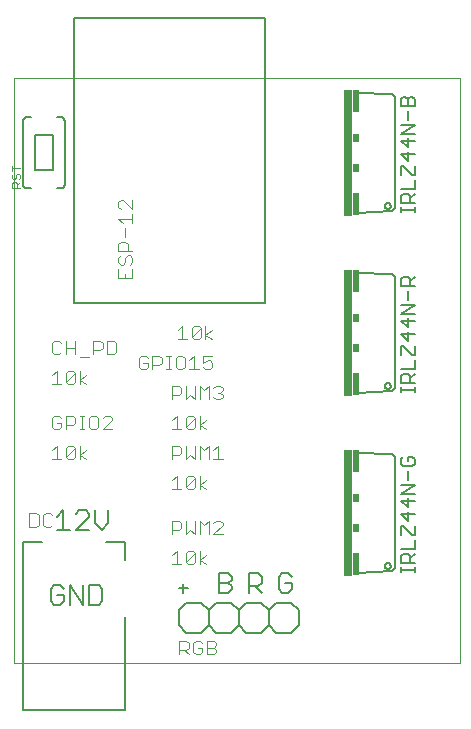
<source format=gto>
G75*
%MOIN*%
%OFA0B0*%
%FSLAX25Y25*%
%IPPOS*%
%LPD*%
%AMOC8*
5,1,8,0,0,1.08239X$1,22.5*
%
%ADD10C,0.00000*%
%ADD11C,0.00400*%
%ADD12C,0.00500*%
%ADD13C,0.00600*%
%ADD14R,0.03000X0.42000*%
%ADD15R,0.02000X0.07500*%
%ADD16R,0.02000X0.03000*%
%ADD17C,0.00800*%
%ADD18C,0.00200*%
D10*
X0002874Y0017345D02*
X0002874Y0212306D01*
X0151575Y0212306D01*
X0151575Y0017345D01*
X0002874Y0017345D01*
D11*
X0008074Y0062545D02*
X0010376Y0062545D01*
X0011143Y0063312D01*
X0011143Y0066381D01*
X0010376Y0067149D01*
X0008074Y0067149D01*
X0008074Y0062545D01*
X0012678Y0063312D02*
X0013445Y0062545D01*
X0014980Y0062545D01*
X0015747Y0063312D01*
X0015747Y0066381D02*
X0014980Y0067149D01*
X0013445Y0067149D01*
X0012678Y0066381D01*
X0012678Y0063312D01*
X0015574Y0085045D02*
X0018643Y0085045D01*
X0017109Y0085045D02*
X0017109Y0089649D01*
X0015574Y0088114D01*
X0020178Y0088881D02*
X0020178Y0085812D01*
X0023247Y0088881D01*
X0023247Y0085812D01*
X0022480Y0085045D01*
X0020945Y0085045D01*
X0020178Y0085812D01*
X0020178Y0088881D02*
X0020945Y0089649D01*
X0022480Y0089649D01*
X0023247Y0088881D01*
X0024782Y0089649D02*
X0024782Y0085045D01*
X0024782Y0086580D02*
X0027084Y0088114D01*
X0024782Y0086580D02*
X0027084Y0085045D01*
X0026316Y0095045D02*
X0024782Y0095045D01*
X0025549Y0095045D02*
X0025549Y0099649D01*
X0024782Y0099649D02*
X0026316Y0099649D01*
X0027851Y0098881D02*
X0027851Y0095812D01*
X0028618Y0095045D01*
X0030153Y0095045D01*
X0030920Y0095812D01*
X0030920Y0098881D01*
X0030153Y0099649D01*
X0028618Y0099649D01*
X0027851Y0098881D01*
X0032455Y0098881D02*
X0033222Y0099649D01*
X0034757Y0099649D01*
X0035524Y0098881D01*
X0035524Y0098114D01*
X0032455Y0095045D01*
X0035524Y0095045D01*
X0023247Y0097347D02*
X0022480Y0096580D01*
X0020178Y0096580D01*
X0020178Y0095045D02*
X0020178Y0099649D01*
X0022480Y0099649D01*
X0023247Y0098881D01*
X0023247Y0097347D01*
X0018643Y0097347D02*
X0017109Y0097347D01*
X0018643Y0097347D02*
X0018643Y0095812D01*
X0017876Y0095045D01*
X0016341Y0095045D01*
X0015574Y0095812D01*
X0015574Y0098881D01*
X0016341Y0099649D01*
X0017876Y0099649D01*
X0018643Y0098881D01*
X0018643Y0110045D02*
X0015574Y0110045D01*
X0017109Y0110045D02*
X0017109Y0114649D01*
X0015574Y0113114D01*
X0020178Y0113881D02*
X0020178Y0110812D01*
X0023247Y0113881D01*
X0023247Y0110812D01*
X0022480Y0110045D01*
X0020945Y0110045D01*
X0020178Y0110812D01*
X0020178Y0113881D02*
X0020945Y0114649D01*
X0022480Y0114649D01*
X0023247Y0113881D01*
X0024782Y0114649D02*
X0024782Y0110045D01*
X0024782Y0111580D02*
X0027084Y0113114D01*
X0024782Y0111580D02*
X0027084Y0110045D01*
X0027851Y0119278D02*
X0024782Y0119278D01*
X0023247Y0120045D02*
X0023247Y0124649D01*
X0023247Y0122347D02*
X0020178Y0122347D01*
X0018643Y0123881D02*
X0017876Y0124649D01*
X0016341Y0124649D01*
X0015574Y0123881D01*
X0015574Y0120812D01*
X0016341Y0120045D01*
X0017876Y0120045D01*
X0018643Y0120812D01*
X0020178Y0120045D02*
X0020178Y0124649D01*
X0029386Y0124649D02*
X0029386Y0120045D01*
X0029386Y0121580D02*
X0031688Y0121580D01*
X0032455Y0122347D01*
X0032455Y0123881D01*
X0031688Y0124649D01*
X0029386Y0124649D01*
X0033990Y0124649D02*
X0033990Y0120045D01*
X0036292Y0120045D01*
X0037059Y0120812D01*
X0037059Y0123881D01*
X0036292Y0124649D01*
X0033990Y0124649D01*
X0044485Y0118881D02*
X0044485Y0115812D01*
X0045252Y0115045D01*
X0046787Y0115045D01*
X0047554Y0115812D01*
X0047554Y0117347D01*
X0046020Y0117347D01*
X0047554Y0118881D02*
X0046787Y0119649D01*
X0045252Y0119649D01*
X0044485Y0118881D01*
X0049089Y0119649D02*
X0049089Y0115045D01*
X0049089Y0116580D02*
X0051391Y0116580D01*
X0052158Y0117347D01*
X0052158Y0118881D01*
X0051391Y0119649D01*
X0049089Y0119649D01*
X0053693Y0119649D02*
X0055228Y0119649D01*
X0054460Y0119649D02*
X0054460Y0115045D01*
X0053693Y0115045D02*
X0055228Y0115045D01*
X0056762Y0115812D02*
X0056762Y0118881D01*
X0057529Y0119649D01*
X0059064Y0119649D01*
X0059831Y0118881D01*
X0059831Y0115812D01*
X0059064Y0115045D01*
X0057529Y0115045D01*
X0056762Y0115812D01*
X0061366Y0115045D02*
X0064435Y0115045D01*
X0062901Y0115045D02*
X0062901Y0119649D01*
X0061366Y0118114D01*
X0065970Y0117347D02*
X0067505Y0118114D01*
X0068272Y0118114D01*
X0069039Y0117347D01*
X0069039Y0115812D01*
X0068272Y0115045D01*
X0066737Y0115045D01*
X0065970Y0115812D01*
X0065970Y0117347D02*
X0065970Y0119649D01*
X0069039Y0119649D01*
X0069039Y0125045D02*
X0066737Y0126580D01*
X0069039Y0128114D01*
X0066737Y0129649D02*
X0066737Y0125045D01*
X0065203Y0125812D02*
X0064435Y0125045D01*
X0062901Y0125045D01*
X0062133Y0125812D01*
X0065203Y0128881D01*
X0065203Y0125812D01*
X0065203Y0128881D02*
X0064435Y0129649D01*
X0062901Y0129649D01*
X0062133Y0128881D01*
X0062133Y0125812D01*
X0060599Y0125045D02*
X0057530Y0125045D01*
X0059064Y0125045D02*
X0059064Y0129649D01*
X0057530Y0128114D01*
X0057876Y0109649D02*
X0055574Y0109649D01*
X0055574Y0105045D01*
X0055574Y0106580D02*
X0057876Y0106580D01*
X0058643Y0107347D01*
X0058643Y0108881D01*
X0057876Y0109649D01*
X0060178Y0109649D02*
X0060178Y0105045D01*
X0061713Y0106580D01*
X0063247Y0105045D01*
X0063247Y0109649D01*
X0064782Y0109649D02*
X0066316Y0108114D01*
X0067851Y0109649D01*
X0067851Y0105045D01*
X0069386Y0105812D02*
X0070153Y0105045D01*
X0071688Y0105045D01*
X0072455Y0105812D01*
X0072455Y0106580D01*
X0071688Y0107347D01*
X0070920Y0107347D01*
X0071688Y0107347D02*
X0072455Y0108114D01*
X0072455Y0108881D01*
X0071688Y0109649D01*
X0070153Y0109649D01*
X0069386Y0108881D01*
X0064782Y0109649D02*
X0064782Y0105045D01*
X0064782Y0099649D02*
X0064782Y0095045D01*
X0064782Y0096580D02*
X0067084Y0098114D01*
X0064782Y0096580D02*
X0067084Y0095045D01*
X0067851Y0089649D02*
X0067851Y0085045D01*
X0069386Y0085045D02*
X0072455Y0085045D01*
X0070920Y0085045D02*
X0070920Y0089649D01*
X0069386Y0088114D01*
X0067851Y0089649D02*
X0066316Y0088114D01*
X0064782Y0089649D01*
X0064782Y0085045D01*
X0063247Y0085045D02*
X0063247Y0089649D01*
X0061713Y0086580D02*
X0063247Y0085045D01*
X0061713Y0086580D02*
X0060178Y0085045D01*
X0060178Y0089649D01*
X0058643Y0088881D02*
X0058643Y0087347D01*
X0057876Y0086580D01*
X0055574Y0086580D01*
X0055574Y0085045D02*
X0055574Y0089649D01*
X0057876Y0089649D01*
X0058643Y0088881D01*
X0058643Y0095045D02*
X0055574Y0095045D01*
X0057109Y0095045D02*
X0057109Y0099649D01*
X0055574Y0098114D01*
X0060178Y0098881D02*
X0060178Y0095812D01*
X0063247Y0098881D01*
X0063247Y0095812D01*
X0062480Y0095045D01*
X0060945Y0095045D01*
X0060178Y0095812D01*
X0060178Y0098881D02*
X0060945Y0099649D01*
X0062480Y0099649D01*
X0063247Y0098881D01*
X0062480Y0079649D02*
X0060945Y0079649D01*
X0060178Y0078881D01*
X0060178Y0075812D01*
X0063247Y0078881D01*
X0063247Y0075812D01*
X0062480Y0075045D01*
X0060945Y0075045D01*
X0060178Y0075812D01*
X0058643Y0075045D02*
X0055574Y0075045D01*
X0057109Y0075045D02*
X0057109Y0079649D01*
X0055574Y0078114D01*
X0062480Y0079649D02*
X0063247Y0078881D01*
X0064782Y0079649D02*
X0064782Y0075045D01*
X0064782Y0076580D02*
X0067084Y0078114D01*
X0064782Y0076580D02*
X0067084Y0075045D01*
X0067851Y0064649D02*
X0066316Y0063114D01*
X0064782Y0064649D01*
X0064782Y0060045D01*
X0063247Y0060045D02*
X0063247Y0064649D01*
X0061713Y0061580D02*
X0063247Y0060045D01*
X0061713Y0061580D02*
X0060178Y0060045D01*
X0060178Y0064649D01*
X0058643Y0063881D02*
X0058643Y0062347D01*
X0057876Y0061580D01*
X0055574Y0061580D01*
X0055574Y0060045D02*
X0055574Y0064649D01*
X0057876Y0064649D01*
X0058643Y0063881D01*
X0057109Y0054649D02*
X0057109Y0050045D01*
X0058643Y0050045D02*
X0055574Y0050045D01*
X0055574Y0053114D02*
X0057109Y0054649D01*
X0060178Y0053881D02*
X0060178Y0050812D01*
X0063247Y0053881D01*
X0063247Y0050812D01*
X0062480Y0050045D01*
X0060945Y0050045D01*
X0060178Y0050812D01*
X0060178Y0053881D02*
X0060945Y0054649D01*
X0062480Y0054649D01*
X0063247Y0053881D01*
X0064782Y0054649D02*
X0064782Y0050045D01*
X0064782Y0051580D02*
X0067084Y0053114D01*
X0064782Y0051580D02*
X0067084Y0050045D01*
X0067851Y0060045D02*
X0067851Y0064649D01*
X0069386Y0063881D02*
X0070153Y0064649D01*
X0071688Y0064649D01*
X0072455Y0063881D01*
X0072455Y0063114D01*
X0069386Y0060045D01*
X0072455Y0060045D01*
X0069584Y0024649D02*
X0067282Y0024649D01*
X0067282Y0020045D01*
X0069584Y0020045D01*
X0070351Y0020812D01*
X0070351Y0021580D01*
X0069584Y0022347D01*
X0067282Y0022347D01*
X0065747Y0022347D02*
X0065747Y0020812D01*
X0064980Y0020045D01*
X0063445Y0020045D01*
X0062678Y0020812D01*
X0062678Y0023881D01*
X0063445Y0024649D01*
X0064980Y0024649D01*
X0065747Y0023881D01*
X0065747Y0022347D02*
X0064213Y0022347D01*
X0061143Y0022347D02*
X0060376Y0021580D01*
X0058074Y0021580D01*
X0059609Y0021580D02*
X0061143Y0020045D01*
X0061143Y0022347D02*
X0061143Y0023881D01*
X0060376Y0024649D01*
X0058074Y0024649D01*
X0058074Y0020045D01*
X0069584Y0022347D02*
X0070351Y0023114D01*
X0070351Y0023881D01*
X0069584Y0024649D01*
X0042359Y0145419D02*
X0037755Y0145419D01*
X0037755Y0148488D01*
X0038522Y0150023D02*
X0039290Y0150023D01*
X0040057Y0150790D01*
X0040057Y0152325D01*
X0040824Y0153092D01*
X0041592Y0153092D01*
X0042359Y0152325D01*
X0042359Y0150790D01*
X0041592Y0150023D01*
X0042359Y0148488D02*
X0042359Y0145419D01*
X0040057Y0145419D02*
X0040057Y0146954D01*
X0038522Y0150023D02*
X0037755Y0150790D01*
X0037755Y0152325D01*
X0038522Y0153092D01*
X0037755Y0154627D02*
X0037755Y0156929D01*
X0038522Y0157696D01*
X0040057Y0157696D01*
X0040824Y0156929D01*
X0040824Y0154627D01*
X0042359Y0154627D02*
X0037755Y0154627D01*
X0040057Y0159231D02*
X0040057Y0162300D01*
X0039290Y0163835D02*
X0037755Y0165369D01*
X0042359Y0165369D01*
X0042359Y0163835D02*
X0042359Y0166904D01*
X0042359Y0168439D02*
X0039290Y0171508D01*
X0038522Y0171508D01*
X0037755Y0170740D01*
X0037755Y0169206D01*
X0038522Y0168439D01*
X0042359Y0168439D02*
X0042359Y0171508D01*
D12*
X0022874Y0137345D02*
X0022874Y0232227D01*
X0086654Y0232227D01*
X0086654Y0137345D01*
X0022874Y0137345D01*
X0059325Y0043548D02*
X0059325Y0040546D01*
X0057824Y0042047D02*
X0060827Y0042047D01*
X0131920Y0047595D02*
X0131920Y0049096D01*
X0131920Y0048346D02*
X0136424Y0048346D01*
X0136424Y0049096D02*
X0136424Y0047595D01*
X0136424Y0050664D02*
X0131920Y0050664D01*
X0131920Y0052916D01*
X0132671Y0053667D01*
X0134172Y0053667D01*
X0134923Y0052916D01*
X0134923Y0050664D01*
X0134923Y0052165D02*
X0136424Y0053667D01*
X0136424Y0055268D02*
X0136424Y0058271D01*
X0136424Y0059872D02*
X0135673Y0059872D01*
X0132671Y0062875D01*
X0131920Y0062875D01*
X0131920Y0059872D01*
X0131920Y0055268D02*
X0136424Y0055268D01*
X0136424Y0059872D02*
X0136424Y0062875D01*
X0134172Y0064476D02*
X0134172Y0067478D01*
X0134172Y0069080D02*
X0134172Y0072082D01*
X0131920Y0071332D02*
X0134172Y0069080D01*
X0136424Y0071332D02*
X0131920Y0071332D01*
X0131920Y0073684D02*
X0136424Y0076686D01*
X0131920Y0076686D01*
X0134172Y0078288D02*
X0134172Y0081290D01*
X0132671Y0082892D02*
X0135673Y0082892D01*
X0136424Y0083642D01*
X0136424Y0085144D01*
X0135673Y0085894D01*
X0134172Y0085894D01*
X0134172Y0084393D01*
X0132671Y0085894D02*
X0131920Y0085144D01*
X0131920Y0083642D01*
X0132671Y0082892D01*
X0131920Y0073684D02*
X0136424Y0073684D01*
X0136424Y0066728D02*
X0131920Y0066728D01*
X0134172Y0064476D01*
X0131920Y0107595D02*
X0131920Y0109096D01*
X0131920Y0108346D02*
X0136424Y0108346D01*
X0136424Y0109096D02*
X0136424Y0107595D01*
X0136424Y0110664D02*
X0131920Y0110664D01*
X0131920Y0112916D01*
X0132671Y0113667D01*
X0134172Y0113667D01*
X0134923Y0112916D01*
X0134923Y0110664D01*
X0134923Y0112165D02*
X0136424Y0113667D01*
X0136424Y0115268D02*
X0136424Y0118271D01*
X0136424Y0119872D02*
X0135673Y0119872D01*
X0132671Y0122875D01*
X0131920Y0122875D01*
X0131920Y0119872D01*
X0131920Y0115268D02*
X0136424Y0115268D01*
X0136424Y0119872D02*
X0136424Y0122875D01*
X0134172Y0124476D02*
X0134172Y0127478D01*
X0134172Y0129080D02*
X0134172Y0132082D01*
X0131920Y0131332D02*
X0134172Y0129080D01*
X0136424Y0131332D02*
X0131920Y0131332D01*
X0131920Y0133684D02*
X0136424Y0136686D01*
X0131920Y0136686D01*
X0134172Y0138288D02*
X0134172Y0141290D01*
X0134923Y0142892D02*
X0134923Y0145144D01*
X0134172Y0145894D01*
X0132671Y0145894D01*
X0131920Y0145144D01*
X0131920Y0142892D01*
X0136424Y0142892D01*
X0134923Y0144393D02*
X0136424Y0145894D01*
X0136424Y0133684D02*
X0131920Y0133684D01*
X0131920Y0126728D02*
X0134172Y0124476D01*
X0136424Y0126728D02*
X0131920Y0126728D01*
X0131920Y0167595D02*
X0131920Y0169096D01*
X0131920Y0168346D02*
X0136424Y0168346D01*
X0136424Y0169096D02*
X0136424Y0167595D01*
X0136424Y0170664D02*
X0131920Y0170664D01*
X0131920Y0172916D01*
X0132671Y0173667D01*
X0134172Y0173667D01*
X0134923Y0172916D01*
X0134923Y0170664D01*
X0134923Y0172165D02*
X0136424Y0173667D01*
X0136424Y0175268D02*
X0136424Y0178271D01*
X0136424Y0179872D02*
X0135673Y0179872D01*
X0132671Y0182875D01*
X0131920Y0182875D01*
X0131920Y0179872D01*
X0131920Y0175268D02*
X0136424Y0175268D01*
X0136424Y0179872D02*
X0136424Y0182875D01*
X0136424Y0186728D02*
X0131920Y0186728D01*
X0134172Y0184476D01*
X0134172Y0187478D01*
X0134172Y0189080D02*
X0134172Y0192082D01*
X0131920Y0191332D02*
X0134172Y0189080D01*
X0136424Y0191332D02*
X0131920Y0191332D01*
X0131920Y0193684D02*
X0136424Y0196686D01*
X0131920Y0196686D01*
X0134172Y0198288D02*
X0134172Y0201290D01*
X0134172Y0202892D02*
X0134172Y0205144D01*
X0134923Y0205894D01*
X0135673Y0205894D01*
X0136424Y0205144D01*
X0136424Y0202892D01*
X0131920Y0202892D01*
X0131920Y0205144D01*
X0132671Y0205894D01*
X0133421Y0205894D01*
X0134172Y0205144D01*
X0136424Y0193684D02*
X0131920Y0193684D01*
D13*
X0129874Y0205845D02*
X0129874Y0168845D01*
X0128874Y0167845D01*
X0117374Y0167345D01*
X0126474Y0169645D02*
X0126476Y0169708D01*
X0126482Y0169770D01*
X0126492Y0169832D01*
X0126505Y0169894D01*
X0126523Y0169954D01*
X0126544Y0170013D01*
X0126569Y0170071D01*
X0126598Y0170127D01*
X0126630Y0170181D01*
X0126665Y0170233D01*
X0126703Y0170282D01*
X0126745Y0170330D01*
X0126789Y0170374D01*
X0126837Y0170416D01*
X0126886Y0170454D01*
X0126938Y0170489D01*
X0126992Y0170521D01*
X0127048Y0170550D01*
X0127106Y0170575D01*
X0127165Y0170596D01*
X0127225Y0170614D01*
X0127287Y0170627D01*
X0127349Y0170637D01*
X0127411Y0170643D01*
X0127474Y0170645D01*
X0127537Y0170643D01*
X0127599Y0170637D01*
X0127661Y0170627D01*
X0127723Y0170614D01*
X0127783Y0170596D01*
X0127842Y0170575D01*
X0127900Y0170550D01*
X0127956Y0170521D01*
X0128010Y0170489D01*
X0128062Y0170454D01*
X0128111Y0170416D01*
X0128159Y0170374D01*
X0128203Y0170330D01*
X0128245Y0170282D01*
X0128283Y0170233D01*
X0128318Y0170181D01*
X0128350Y0170127D01*
X0128379Y0170071D01*
X0128404Y0170013D01*
X0128425Y0169954D01*
X0128443Y0169894D01*
X0128456Y0169832D01*
X0128466Y0169770D01*
X0128472Y0169708D01*
X0128474Y0169645D01*
X0128472Y0169582D01*
X0128466Y0169520D01*
X0128456Y0169458D01*
X0128443Y0169396D01*
X0128425Y0169336D01*
X0128404Y0169277D01*
X0128379Y0169219D01*
X0128350Y0169163D01*
X0128318Y0169109D01*
X0128283Y0169057D01*
X0128245Y0169008D01*
X0128203Y0168960D01*
X0128159Y0168916D01*
X0128111Y0168874D01*
X0128062Y0168836D01*
X0128010Y0168801D01*
X0127956Y0168769D01*
X0127900Y0168740D01*
X0127842Y0168715D01*
X0127783Y0168694D01*
X0127723Y0168676D01*
X0127661Y0168663D01*
X0127599Y0168653D01*
X0127537Y0168647D01*
X0127474Y0168645D01*
X0127411Y0168647D01*
X0127349Y0168653D01*
X0127287Y0168663D01*
X0127225Y0168676D01*
X0127165Y0168694D01*
X0127106Y0168715D01*
X0127048Y0168740D01*
X0126992Y0168769D01*
X0126938Y0168801D01*
X0126886Y0168836D01*
X0126837Y0168874D01*
X0126789Y0168916D01*
X0126745Y0168960D01*
X0126703Y0169008D01*
X0126665Y0169057D01*
X0126630Y0169109D01*
X0126598Y0169163D01*
X0126569Y0169219D01*
X0126544Y0169277D01*
X0126523Y0169336D01*
X0126505Y0169396D01*
X0126492Y0169458D01*
X0126482Y0169520D01*
X0126476Y0169582D01*
X0126474Y0169645D01*
X0128874Y0146845D02*
X0117374Y0147345D01*
X0128874Y0146845D02*
X0129874Y0145845D01*
X0129874Y0108845D01*
X0128874Y0107845D01*
X0117374Y0107345D01*
X0126474Y0109645D02*
X0126476Y0109708D01*
X0126482Y0109770D01*
X0126492Y0109832D01*
X0126505Y0109894D01*
X0126523Y0109954D01*
X0126544Y0110013D01*
X0126569Y0110071D01*
X0126598Y0110127D01*
X0126630Y0110181D01*
X0126665Y0110233D01*
X0126703Y0110282D01*
X0126745Y0110330D01*
X0126789Y0110374D01*
X0126837Y0110416D01*
X0126886Y0110454D01*
X0126938Y0110489D01*
X0126992Y0110521D01*
X0127048Y0110550D01*
X0127106Y0110575D01*
X0127165Y0110596D01*
X0127225Y0110614D01*
X0127287Y0110627D01*
X0127349Y0110637D01*
X0127411Y0110643D01*
X0127474Y0110645D01*
X0127537Y0110643D01*
X0127599Y0110637D01*
X0127661Y0110627D01*
X0127723Y0110614D01*
X0127783Y0110596D01*
X0127842Y0110575D01*
X0127900Y0110550D01*
X0127956Y0110521D01*
X0128010Y0110489D01*
X0128062Y0110454D01*
X0128111Y0110416D01*
X0128159Y0110374D01*
X0128203Y0110330D01*
X0128245Y0110282D01*
X0128283Y0110233D01*
X0128318Y0110181D01*
X0128350Y0110127D01*
X0128379Y0110071D01*
X0128404Y0110013D01*
X0128425Y0109954D01*
X0128443Y0109894D01*
X0128456Y0109832D01*
X0128466Y0109770D01*
X0128472Y0109708D01*
X0128474Y0109645D01*
X0128472Y0109582D01*
X0128466Y0109520D01*
X0128456Y0109458D01*
X0128443Y0109396D01*
X0128425Y0109336D01*
X0128404Y0109277D01*
X0128379Y0109219D01*
X0128350Y0109163D01*
X0128318Y0109109D01*
X0128283Y0109057D01*
X0128245Y0109008D01*
X0128203Y0108960D01*
X0128159Y0108916D01*
X0128111Y0108874D01*
X0128062Y0108836D01*
X0128010Y0108801D01*
X0127956Y0108769D01*
X0127900Y0108740D01*
X0127842Y0108715D01*
X0127783Y0108694D01*
X0127723Y0108676D01*
X0127661Y0108663D01*
X0127599Y0108653D01*
X0127537Y0108647D01*
X0127474Y0108645D01*
X0127411Y0108647D01*
X0127349Y0108653D01*
X0127287Y0108663D01*
X0127225Y0108676D01*
X0127165Y0108694D01*
X0127106Y0108715D01*
X0127048Y0108740D01*
X0126992Y0108769D01*
X0126938Y0108801D01*
X0126886Y0108836D01*
X0126837Y0108874D01*
X0126789Y0108916D01*
X0126745Y0108960D01*
X0126703Y0109008D01*
X0126665Y0109057D01*
X0126630Y0109109D01*
X0126598Y0109163D01*
X0126569Y0109219D01*
X0126544Y0109277D01*
X0126523Y0109336D01*
X0126505Y0109396D01*
X0126492Y0109458D01*
X0126482Y0109520D01*
X0126476Y0109582D01*
X0126474Y0109645D01*
X0128874Y0086845D02*
X0117374Y0087345D01*
X0128874Y0086845D02*
X0129874Y0085845D01*
X0129874Y0048845D01*
X0128874Y0047845D01*
X0117374Y0047345D01*
X0126474Y0049645D02*
X0126476Y0049708D01*
X0126482Y0049770D01*
X0126492Y0049832D01*
X0126505Y0049894D01*
X0126523Y0049954D01*
X0126544Y0050013D01*
X0126569Y0050071D01*
X0126598Y0050127D01*
X0126630Y0050181D01*
X0126665Y0050233D01*
X0126703Y0050282D01*
X0126745Y0050330D01*
X0126789Y0050374D01*
X0126837Y0050416D01*
X0126886Y0050454D01*
X0126938Y0050489D01*
X0126992Y0050521D01*
X0127048Y0050550D01*
X0127106Y0050575D01*
X0127165Y0050596D01*
X0127225Y0050614D01*
X0127287Y0050627D01*
X0127349Y0050637D01*
X0127411Y0050643D01*
X0127474Y0050645D01*
X0127537Y0050643D01*
X0127599Y0050637D01*
X0127661Y0050627D01*
X0127723Y0050614D01*
X0127783Y0050596D01*
X0127842Y0050575D01*
X0127900Y0050550D01*
X0127956Y0050521D01*
X0128010Y0050489D01*
X0128062Y0050454D01*
X0128111Y0050416D01*
X0128159Y0050374D01*
X0128203Y0050330D01*
X0128245Y0050282D01*
X0128283Y0050233D01*
X0128318Y0050181D01*
X0128350Y0050127D01*
X0128379Y0050071D01*
X0128404Y0050013D01*
X0128425Y0049954D01*
X0128443Y0049894D01*
X0128456Y0049832D01*
X0128466Y0049770D01*
X0128472Y0049708D01*
X0128474Y0049645D01*
X0128472Y0049582D01*
X0128466Y0049520D01*
X0128456Y0049458D01*
X0128443Y0049396D01*
X0128425Y0049336D01*
X0128404Y0049277D01*
X0128379Y0049219D01*
X0128350Y0049163D01*
X0128318Y0049109D01*
X0128283Y0049057D01*
X0128245Y0049008D01*
X0128203Y0048960D01*
X0128159Y0048916D01*
X0128111Y0048874D01*
X0128062Y0048836D01*
X0128010Y0048801D01*
X0127956Y0048769D01*
X0127900Y0048740D01*
X0127842Y0048715D01*
X0127783Y0048694D01*
X0127723Y0048676D01*
X0127661Y0048663D01*
X0127599Y0048653D01*
X0127537Y0048647D01*
X0127474Y0048645D01*
X0127411Y0048647D01*
X0127349Y0048653D01*
X0127287Y0048663D01*
X0127225Y0048676D01*
X0127165Y0048694D01*
X0127106Y0048715D01*
X0127048Y0048740D01*
X0126992Y0048769D01*
X0126938Y0048801D01*
X0126886Y0048836D01*
X0126837Y0048874D01*
X0126789Y0048916D01*
X0126745Y0048960D01*
X0126703Y0049008D01*
X0126665Y0049057D01*
X0126630Y0049109D01*
X0126598Y0049163D01*
X0126569Y0049219D01*
X0126544Y0049277D01*
X0126523Y0049336D01*
X0126505Y0049396D01*
X0126492Y0049458D01*
X0126482Y0049520D01*
X0126476Y0049582D01*
X0126474Y0049645D01*
X0097874Y0034845D02*
X0097874Y0029845D01*
X0095374Y0027345D01*
X0090374Y0027345D01*
X0087874Y0029845D01*
X0085374Y0027345D01*
X0080374Y0027345D01*
X0077874Y0029845D01*
X0075374Y0027345D01*
X0070374Y0027345D01*
X0067874Y0029845D01*
X0065374Y0027345D01*
X0060374Y0027345D01*
X0057874Y0029845D01*
X0057874Y0034845D01*
X0060374Y0037345D01*
X0065374Y0037345D01*
X0067874Y0034845D01*
X0070374Y0037345D01*
X0075374Y0037345D01*
X0077874Y0034845D01*
X0077874Y0029845D01*
X0077874Y0034845D02*
X0080374Y0037345D01*
X0085374Y0037345D01*
X0087874Y0034845D01*
X0090374Y0037345D01*
X0095374Y0037345D01*
X0097874Y0034845D01*
X0094377Y0040645D02*
X0095444Y0041712D01*
X0095444Y0043848D01*
X0093309Y0043848D01*
X0095444Y0045983D02*
X0094377Y0047050D01*
X0092242Y0047050D01*
X0091174Y0045983D01*
X0091174Y0041712D01*
X0092242Y0040645D01*
X0094377Y0040645D01*
X0087874Y0034845D02*
X0087874Y0029845D01*
X0085444Y0040645D02*
X0083309Y0042780D01*
X0084377Y0042780D02*
X0081174Y0042780D01*
X0081174Y0040645D02*
X0081174Y0047050D01*
X0084377Y0047050D01*
X0085444Y0045983D01*
X0085444Y0043848D01*
X0084377Y0042780D01*
X0075444Y0042780D02*
X0075444Y0041712D01*
X0074377Y0040645D01*
X0071174Y0040645D01*
X0071174Y0047050D01*
X0074377Y0047050D01*
X0075444Y0045983D01*
X0075444Y0044915D01*
X0074377Y0043848D01*
X0071174Y0043848D01*
X0074377Y0043848D02*
X0075444Y0042780D01*
X0067874Y0034845D02*
X0067874Y0029845D01*
X0034335Y0063780D02*
X0034335Y0068050D01*
X0034335Y0063780D02*
X0032200Y0061645D01*
X0030065Y0063780D01*
X0030065Y0068050D01*
X0027890Y0066983D02*
X0026822Y0068050D01*
X0024687Y0068050D01*
X0023620Y0066983D01*
X0027890Y0065915D02*
X0023620Y0061645D01*
X0027890Y0061645D01*
X0027890Y0065915D02*
X0027890Y0066983D01*
X0021444Y0061645D02*
X0017174Y0061645D01*
X0019309Y0061645D02*
X0019309Y0068050D01*
X0017174Y0065915D01*
X0016242Y0043050D02*
X0015174Y0041983D01*
X0015174Y0037712D01*
X0016242Y0036645D01*
X0018377Y0036645D01*
X0019444Y0037712D01*
X0019444Y0039848D01*
X0017309Y0039848D01*
X0019444Y0041983D02*
X0018377Y0043050D01*
X0016242Y0043050D01*
X0021620Y0043050D02*
X0021620Y0036645D01*
X0025890Y0036645D02*
X0021620Y0043050D01*
X0025890Y0043050D02*
X0025890Y0036645D01*
X0028065Y0036645D02*
X0031268Y0036645D01*
X0032335Y0037712D01*
X0032335Y0041983D01*
X0031268Y0043050D01*
X0028065Y0043050D01*
X0028065Y0036645D01*
X0117374Y0207345D02*
X0128874Y0206845D01*
X0129874Y0205845D01*
D14*
X0114374Y0187345D03*
X0114374Y0127345D03*
X0114374Y0067345D03*
D15*
X0116874Y0050095D03*
X0116874Y0084595D03*
X0116874Y0110095D03*
X0116874Y0144595D03*
X0116874Y0170095D03*
X0116874Y0204595D03*
D16*
X0116874Y0192345D03*
X0116874Y0182345D03*
X0116874Y0132345D03*
X0116874Y0122345D03*
X0116874Y0072345D03*
X0116874Y0062345D03*
D17*
X0005945Y0057699D02*
X0005945Y0001400D01*
X0039803Y0001400D01*
X0039803Y0032699D01*
X0039803Y0051400D02*
X0039803Y0057699D01*
X0033504Y0057699D01*
X0012244Y0057699D02*
X0005945Y0057699D01*
X0006969Y0175534D02*
X0008543Y0175534D01*
X0006969Y0175534D02*
X0006907Y0175536D01*
X0006846Y0175542D01*
X0006785Y0175551D01*
X0006724Y0175565D01*
X0006665Y0175582D01*
X0006607Y0175603D01*
X0006550Y0175628D01*
X0006495Y0175656D01*
X0006442Y0175687D01*
X0006391Y0175722D01*
X0006342Y0175760D01*
X0006295Y0175801D01*
X0006252Y0175844D01*
X0006211Y0175891D01*
X0006173Y0175940D01*
X0006138Y0175991D01*
X0006107Y0176044D01*
X0006079Y0176099D01*
X0006054Y0176156D01*
X0006033Y0176214D01*
X0006016Y0176273D01*
X0006002Y0176334D01*
X0005993Y0176395D01*
X0005987Y0176456D01*
X0005985Y0176518D01*
X0005984Y0176518D02*
X0005984Y0198172D01*
X0005985Y0198172D02*
X0005987Y0198234D01*
X0005993Y0198295D01*
X0006002Y0198356D01*
X0006016Y0198417D01*
X0006033Y0198476D01*
X0006054Y0198534D01*
X0006079Y0198591D01*
X0006107Y0198646D01*
X0006138Y0198699D01*
X0006173Y0198750D01*
X0006211Y0198799D01*
X0006252Y0198846D01*
X0006295Y0198889D01*
X0006342Y0198930D01*
X0006391Y0198968D01*
X0006442Y0199003D01*
X0006495Y0199034D01*
X0006550Y0199062D01*
X0006607Y0199087D01*
X0006665Y0199108D01*
X0006724Y0199125D01*
X0006785Y0199139D01*
X0006846Y0199148D01*
X0006907Y0199154D01*
X0006969Y0199156D01*
X0008543Y0199156D01*
X0009921Y0193250D02*
X0015827Y0193250D01*
X0015827Y0181439D01*
X0009921Y0181439D01*
X0009921Y0193250D01*
X0017205Y0199156D02*
X0018780Y0199156D01*
X0018842Y0199154D01*
X0018903Y0199148D01*
X0018964Y0199139D01*
X0019025Y0199125D01*
X0019084Y0199108D01*
X0019142Y0199087D01*
X0019199Y0199062D01*
X0019254Y0199034D01*
X0019307Y0199003D01*
X0019358Y0198968D01*
X0019407Y0198930D01*
X0019454Y0198889D01*
X0019497Y0198846D01*
X0019538Y0198799D01*
X0019576Y0198750D01*
X0019611Y0198699D01*
X0019642Y0198646D01*
X0019670Y0198591D01*
X0019695Y0198534D01*
X0019716Y0198476D01*
X0019733Y0198417D01*
X0019747Y0198356D01*
X0019756Y0198295D01*
X0019762Y0198234D01*
X0019764Y0198172D01*
X0019764Y0176518D01*
X0019762Y0176456D01*
X0019756Y0176395D01*
X0019747Y0176334D01*
X0019733Y0176273D01*
X0019716Y0176214D01*
X0019695Y0176156D01*
X0019670Y0176099D01*
X0019642Y0176044D01*
X0019611Y0175991D01*
X0019576Y0175940D01*
X0019538Y0175891D01*
X0019497Y0175844D01*
X0019454Y0175801D01*
X0019407Y0175760D01*
X0019358Y0175722D01*
X0019307Y0175687D01*
X0019254Y0175656D01*
X0019199Y0175628D01*
X0019142Y0175603D01*
X0019084Y0175582D01*
X0019025Y0175565D01*
X0018964Y0175551D01*
X0018903Y0175542D01*
X0018842Y0175536D01*
X0018780Y0175534D01*
X0017205Y0175534D01*
D18*
X0004900Y0175634D02*
X0002098Y0175634D01*
X0002098Y0177035D01*
X0002565Y0177502D01*
X0003499Y0177502D01*
X0003966Y0177035D01*
X0003966Y0175634D01*
X0003966Y0176568D02*
X0004900Y0177502D01*
X0004433Y0178396D02*
X0004900Y0178863D01*
X0004900Y0179797D01*
X0004433Y0180264D01*
X0003966Y0180264D01*
X0003499Y0179797D01*
X0003499Y0178863D01*
X0003032Y0178396D01*
X0002565Y0178396D01*
X0002098Y0178863D01*
X0002098Y0179797D01*
X0002565Y0180264D01*
X0002098Y0181159D02*
X0002098Y0183027D01*
X0002098Y0182093D02*
X0004900Y0182093D01*
M02*

</source>
